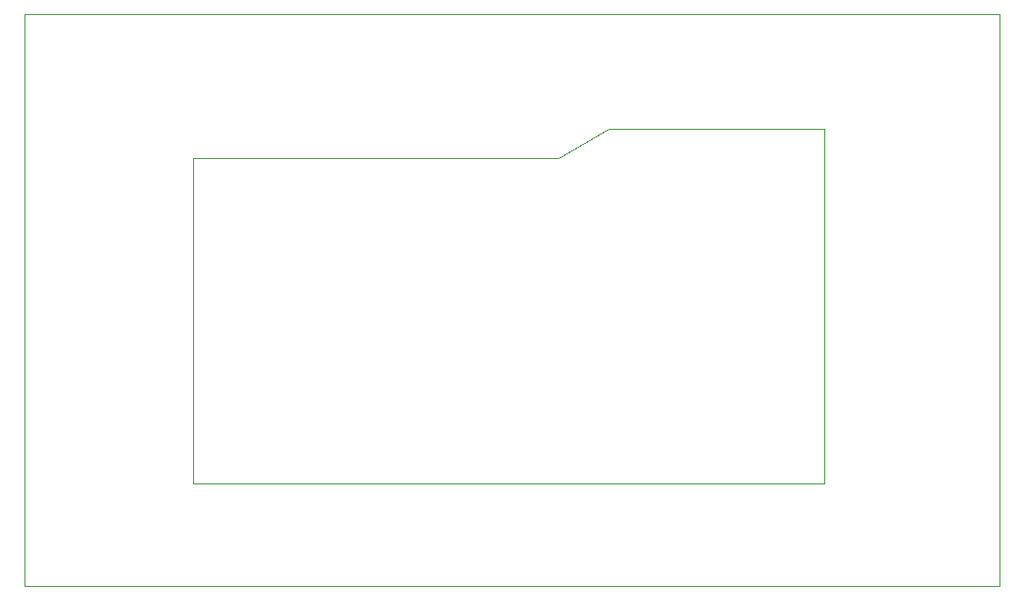
<source format=gbr>
%TF.GenerationSoftware,KiCad,Pcbnew,8.0.4*%
%TF.CreationDate,2024-07-27T23:19:21-07:00*%
%TF.ProjectId,cafereg2,63616665-7265-4673-922e-6b696361645f,rev?*%
%TF.SameCoordinates,Original*%
%TF.FileFunction,Profile,NP*%
%FSLAX46Y46*%
G04 Gerber Fmt 4.6, Leading zero omitted, Abs format (unit mm)*
G04 Created by KiCad (PCBNEW 8.0.4) date 2024-07-27 23:19:21*
%MOMM*%
%LPD*%
G01*
G04 APERTURE LIST*
%TA.AperFunction,Profile*%
%ADD10C,0.050000*%
%TD*%
G04 APERTURE END LIST*
D10*
X82670000Y-34500000D02*
X170310000Y-34500000D01*
X170310000Y-85990000D01*
X82670000Y-85990000D01*
X82670000Y-34500000D01*
X97820000Y-76730000D02*
X154500000Y-76730000D01*
X130640000Y-47430000D02*
X97830000Y-47420000D01*
X154500000Y-76730000D02*
X154500000Y-44840000D01*
X97830000Y-47420000D02*
X97820000Y-76730000D01*
X135160000Y-44840000D02*
X130640000Y-47430000D01*
X154500000Y-44840000D02*
X135160000Y-44840000D01*
M02*

</source>
